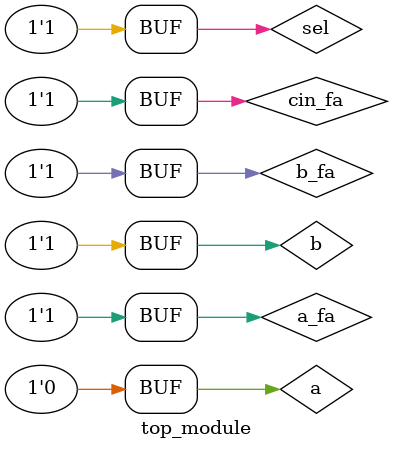
<source format=v>
module mux2to1 (
    input wire a,     // 输入信号 a
    input wire b,     // 输入信号 b
    input wire sel,   // 选择信号 sel
    output wire y     // 输出 y
);
    // 根据选择信号 sel 选择 a 或 b 作为输出
    assign y = sel ? b : a;
endmodule
module full_adder (
    input wire a,     // 输入信号 a
    input wire b,     // 输入信号 b
    input wire cin,   // 进位输入 cin
    output wire sum,  // 和输出 sum
    output wire cout  // 进位输出 cout
);
    // 全加器的逻辑
    assign sum = a ^ b ^ cin;     // 异或逻辑得到和
    assign cout = (a & b) | (cin & (a ^ b));  // 进位输出
endmodule
module top_module;
    // 信号定义
    reg a, b, sel;          // 选择器的输入信号
    wire mux_out;           // 选择器的输出

    reg a_fa, b_fa, cin_fa; // 全加器的输入信号
    wire sum_fa, cout_fa;   // 全加器的输出信号

    // 实例化 2:1 选择器
    mux2to1 u_mux (
        .a(a),        // 输入 a 连接到 reg a
        .b(b),        // 输入 b 连接到 reg b
        .sel(sel),    // 选择信号 sel
        .y(mux_out)   // 输出连接到 wire mux_out
    );

    // 实例化全加器
    full_adder u_full_adder (
        .a(a_fa),     // 输入 a 连接到 reg a_fa
        .b(b_fa),     // 输入 b 连接到 reg b_fa
        .cin(cin_fa), // 进位输入 cin_fa
        .sum(sum_fa), // 和输出连接到 wire sum_fa
        .cout(cout_fa) // 进位输出连接到 wire cout_fa
    );

    // 测试信号初始化
    initial begin
        // 测试 2:1 选择器
        a = 1'b0; b = 1'b1; sel = 1'b0;
        #10 sel = 1'b1;

        // 测试全加器
        a_fa = 1'b0; b_fa = 1'b1; cin_fa = 1'b0;
        #10 cin_fa = 1'b1;
        #10 a_fa = 1'b1; b_fa = 1'b1; cin_fa = 1'b1;

    end
endmodule



</source>
